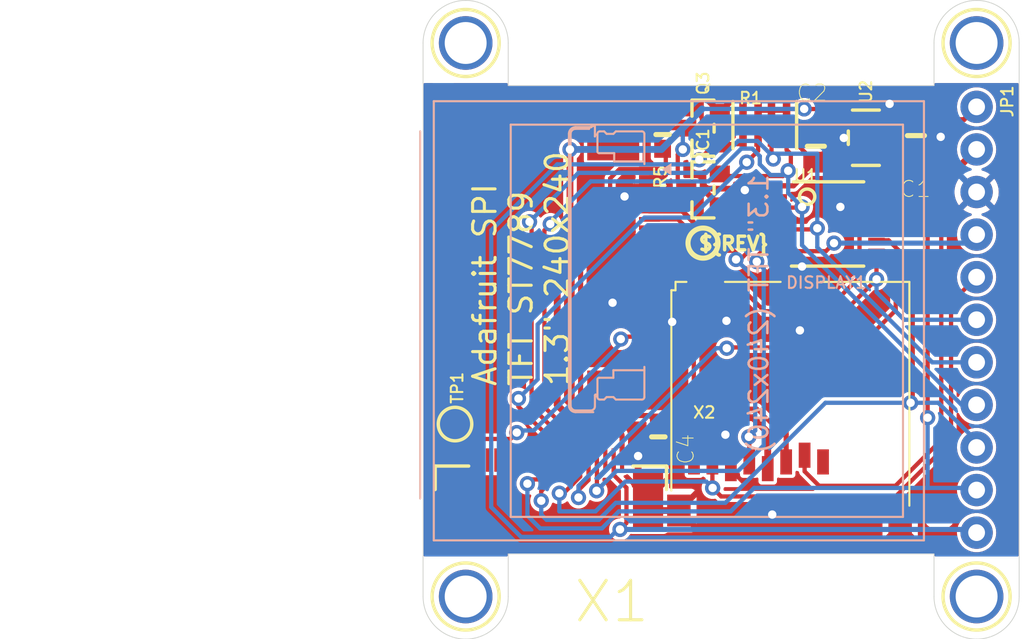
<source format=kicad_pcb>
(kicad_pcb (version 20221018) (generator pcbnew)
  (layers (0 "F.Cu" signal) (1 "In1.Cu" signal) (2 "In2.Cu" signal) (3 "In3.Cu" signal) (4 "In4.Cu" signal) (5 "In5.Cu" signal) (6 "In6.Cu" signal) (7 "In7.Cu" signal) (8 "In8.Cu" signal) (9 "In9.Cu" signal) (10 "In10.Cu" signal) (11 "In11.Cu" signal) (12 "In12.Cu" signal) (13 "In13.Cu" signal) (14 "In14.Cu" signal) (31 "B.Cu" signal) (34 "B.Paste" user) (35 "F.Paste" user) (36 "B.SilkS" user "B.Silkscreen") (37 "F.SilkS" user "F.Silkscreen") (38 "B.Mask" user) (39 "F.Mask" user) (44 "Edge.Cuts" user))
  (net 0 "")
  (net 1 "GND")
  (net 2 "SCK")
  (net 3 "SCK_3V")
  (net 4 "MOSI")
  (net 5 "MOSI_3V")
  (net 6 "MISO")
  (net 7 "+3V3")
  (net 8 "CARDCS")
  (net 9 "CARDCS_3V")
  (net 10 "LEDK")
  (net 11 "BACKLIGHT")
  (net 12 "TFTDC")
  (net 13 "TFTDC_3V")
  (net 14 "TFTCS_3V")
  (net 15 "TFTCS")
  (net 16 "RESET")
  (net 17 "VIN")
  (net 18 "RESET_3V")
  (net 19 "N$1")
  (net 20 "TE")
  (footprint "working:SOT23-WIDE" (layer "F.Cu") (at 147.4216 93.5736 90)
    (fp_text reference "Q3")
    (fp_text value "BSS138")
  )
  (footprint "working:SOT23-5" (layer "F.Cu") (at 157.1371 94.1451 90)
    (fp_text reference "U2")
    (fp_text value "AP2127K-3.3")
  )
  (footprint "working:MOUNTINGHOLE_2.5_PLATED" (layer "F.Cu") (at 133.2611 88.4936)
    (fp_text reference "U$7" hide)
    (fp_text value "MOUNTINGHOLE2.5" hide)
  )
  (footprint "working:PLABEL1" (layer "F.Cu") (at 160.0581 110.5281)
    (fp_text reference "PLABEL1" hide)
    (fp_text value "" hide)
  )
  (footprint "working:FIDUCIAL_1MM" (layer "F.Cu") (at 161.5186 116.5606)
    (fp_text reference "U$5" hide)
    (fp_text value "FIDUCIAL" hide)
  )
  (footprint "working:0603-NO" (layer "F.Cu") (at 144.7546 111.9886 -90)
    (fp_text reference "C4")
    (fp_text value "0.1uF")
  )
  (footprint "working:PLABEL8" (layer "F.Cu") (at 160.6296 118.6561)
    (fp_text reference "PLABEL8" hide)
    (fp_text value "" hide)
  )
  (footprint "working:MOUNTINGHOLE_2.5_PLATED" (layer "F.Cu") (at 163.7411 121.5136)
    (fp_text reference "U$10" hide)
    (fp_text value "MOUNTINGHOLE2.5" hide)
  )
  (footprint "working:TFT_1.3IN_240X240_24P" (layer "F.Cu") (at 143.6116 101.7651 -90)
    (fp_text reference "DISPLAY1")
    (fp_text value "DISP_LCD_ST7789_1.3IN" hide)
  )
  (footprint "working:PLABEL5" (layer "F.Cu") (at 162.4711 106.5911 90)
    (fp_text reference "PLABEL5" hide)
    (fp_text value "" hide)
  )
  (footprint "working:RESPACK_4X0603" (layer "F.Cu") (at 151.1046 93.3831)
    (fp_text reference "R1")
    (fp_text value "10K pack")
  )
  (footprint "working:SOT23-WIDE" (layer "F.Cu") (at 147.4216 97.2566 90)
    (fp_text reference "IC1")
    (fp_text value "RESET_SUPERVISORAPX80X_SA")
  )
  (footprint "working:TESTPOINT_ROUND_1.5MM" (layer "F.Cu") (at 132.6261 111.2266 90)
    (fp_text reference "TP1")
    (fp_text value "")
  )
  (footprint "working:0805-NO" (layer "F.Cu") (at 160.1216 94.0181 -90)
    (fp_text reference "C1")
    (fp_text value "10uF")
  )
  (footprint "working:PLABEL0" (layer "F.Cu") (at 160.5026 92.3036)
    (fp_text reference "PLABEL0" hide)
    (fp_text value "" hide)
  )
  (footprint "working:PLABEL11" (layer "F.Cu") (at 132.3721 112.9411)
    (fp_text reference "PLABEL11" hide)
    (fp_text value "" hide)
  )
  (footprint "working:PLABEL3" (layer "F.Cu") (at 159.9946 115.4811)
    (fp_text reference "PLABEL3" hide)
    (fp_text value "" hide)
  )
  (footprint "working:MICROSD" (layer "F.Cu") (at 152.8191 110.3376)
    (fp_text reference "X2")
    (fp_text value "MicroSD")
  )
  (footprint "working:TSSOP16" (layer "F.Cu") (at 154.8511 99.2886 -90)
    (fp_text reference "U1")
    (fp_text value "74HC4050")
  )
  (footprint "working:PLABEL6" (layer "F.Cu") (at 159.9311 100.3681)
    (fp_text reference "PLABEL6" hide)
    (fp_text value "" hide)
  )
  (footprint "working:0805-NO" (layer "F.Cu") (at 154.1526 94.6531 90)
    (fp_text reference "C2")
    (fp_text value "10uF")
  )
  (footprint "working:FIDUCIAL_1MM" (layer "F.Cu") (at 131.9276 91.7956)
    (fp_text reference "U$4" hide)
    (fp_text value "FIDUCIAL" hide)
  )
  (footprint "working:PLABEL13" (layer "F.Cu") (at 136.6901 111.6711)
    (fp_text reference "PLABEL13" hide)
    (fp_text value "" hide)
  )
  (footprint "working:1X11_ROUND_76" (layer "F.Cu") (at 163.7411 105.0036 -90)
    (fp_text reference "JP1")
    (fp_text value "")
  )
  (footprint "working:MOUNTINGHOLE_2.5_PLATED" (layer "F.Cu") (at 163.7411 88.4936)
    (fp_text reference "U$9" hide)
    (fp_text value "MOUNTINGHOLE2.5" hide)
  )
  (footprint "working:PLABEL9" (layer "F.Cu") (at 159.6771 97.8281)
    (fp_text reference "PLABEL9" hide)
    (fp_text value "" hide)
  )
  (footprint "working:PLABEL2" (layer "F.Cu") (at 159.8041 113.1951)
    (fp_text reference "PLABEL2" hide)
    (fp_text value "" hide)
  )
  (footprint "working:PLABEL10" (layer "F.Cu") (at 162.4711 96.1136 90)
    (fp_text reference "PLABEL10" hide)
    (fp_text value "" hide)
  )
  (footprint "working:EYE_SPI_DISPLAY_BOTCONTACT" (layer "F.Cu") (at 138.3411 114.5286)
    (fp_text reference "X1")
    (fp_text value "EYE_SPI_DISPLAY_FLIP")
  )
  (footprint "working:PLABEL4" (layer "F.Cu") (at 159.9311 108.0516)
    (fp_text reference "PLABEL4" hide)
    (fp_text value "" hide)
  )
  (footprint "working:MOUNTINGHOLE_2.5_PLATED" (layer "F.Cu") (at 133.2611 121.5136)
    (fp_text reference "U$8" hide)
    (fp_text value "MOUNTINGHOLE2.5" hide)
  )
  (footprint "working:PLABEL7" (layer "F.Cu") (at 159.9946 102.9716)
    (fp_text reference "PLABEL7" hide)
    (fp_text value "" hide)
  )
  (footprint "working:PCBFEAT-REV-040" (layer "F.Cu") (at 147.4216 100.4316)
    (fp_text reference "U$2" hide)
    (fp_text value "" hide)
  )
  (footprint "working:0603-NO" (layer "F.Cu") (at 145.0086 93.9546 -90)
    (fp_text reference "R5")
    (fp_text value "10")
  )
  (footprint "working:PLABEL20" (layer "B.Cu") (at 165.4556 108.9406 90)
    (fp_text reference "PLABEL20" hide)
    (fp_text value "" hide)
  )
  (footprint "working:PLABEL16" (layer "B.Cu") (at 165.4556 99.0346 90)
    (fp_text reference "PLABEL16" hide)
    (fp_text value "" hide)
  )
  (footprint "working:PLABEL22" (layer "B.Cu") (at 165.5826 113.9571 90)
    (fp_text reference "PLABEL22" hide)
    (fp_text value "" hide)
  )
  (footprint "working:PLABEL15" (layer "B.Cu") (at 162.2806 96.1771 90)
    (fp_text reference "PLABEL15" hide)
    (fp_text value "" hide)
  )
  (footprint "working:PLABEL19" (layer "B.Cu") (at 161.9631 105.6386 90)
    (fp_text reference "PLABEL19" hide)
    (fp_text value "" hide)
  )
  (footprint "working:PLABEL17" (layer "B.Cu") (at 162.0266 101.4476 90)
    (fp_text reference "PLABEL17" hide)
    (fp_text value "" hide)
  )
  (footprint "working:PLABEL18" (layer "B.Cu") (at 165.4556 103.4161 90)
    (fp_text reference "PLABEL18" hide)
    (fp_text value "" hide)
  )
  (footprint "working:PLABEL14" (layer "B.Cu") (at 165.4556 93.5736 90)
    (fp_text reference "PLABEL14" hide)
    (fp_text value "" hide)
  )
  (footprint "working:PLABEL23" (layer "B.Cu") (at 161.8361 116.7511 90)
    (fp_text reference "PLABEL23" hide)
    (fp_text value "" hide)
  )
  (footprint "working:PLABEL21" (layer "B.Cu") (at 162.0266 111.3536 90)
    (fp_text reference "PLABEL21" hide)
    (fp_text value "" hide)
  )
  (footprint "working:PLABEL24" (layer "B.Cu") (at 165.5191 119.1006 90)
    (fp_text reference "PLABEL24" hide)
    (fp_text value "" hide)
  )
  (gr_line (start 135.8011 118.9736) (end 161.2011 118.9736) (stroke (width 0.05)) (layer "Edge.Cuts"))
  (gr_arc (start 135.8011 121.5136) (mid 135.057151 123.309651) (end 133.2611 124.0536) (stroke (width 0.05)) (layer "Edge.Cuts"))
  (gr_arc (start 130.7211 88.4936) (mid 131.465049 86.697549) (end 133.2611 85.9536) (stroke (width 0.05)) (layer "Edge.Cuts"))
  (gr_line (start 161.2011 91.0336) (end 135.8011 91.0336) (stroke (width 0.05)) (layer "Edge.Cuts"))
  (gr_line (start 161.2011 118.9736) (end 161.2011 121.5136) (stroke (width 0.05)) (layer "Edge.Cuts"))
  (gr_arc (start 161.2011 88.4936) (mid 161.945049 86.697549) (end 163.7411 85.9536) (stroke (width 0.05)) (layer "Edge.Cuts"))
  (gr_arc (start 133.2611 85.9536) (mid 135.057151 86.697549) (end 135.8011 88.4936) (stroke (width 0.05)) (layer "Edge.Cuts"))
  (gr_line (start 166.2811 121.5136) (end 166.2811 88.4936) (stroke (width 0.05)) (layer "Edge.Cuts"))
  (gr_line (start 130.7211 88.4936) (end 130.7211 121.5136) (stroke (width 0.05)) (layer "Edge.Cuts"))
  (gr_arc (start 163.7411 124.0536) (mid 161.945049 123.309651) (end 161.2011 121.5136) (stroke (width 0.05)) (layer "Edge.Cuts"))
  (gr_arc (start 166.2811 121.5136) (mid 165.537151 123.309651) (end 163.7411 124.0536) (stroke (width 0.05)) (layer "Edge.Cuts"))
  (gr_line (start 161.2011 88.4936) (end 161.2011 91.0336) (stroke (width 0.05)) (layer "Edge.Cuts"))
  (gr_arc (start 163.7411 85.9536) (mid 165.537151 86.697549) (end 166.2811 88.4936) (stroke (width 0.05)) (layer "Edge.Cuts"))
  (gr_line (start 135.8011 121.5136) (end 135.8011 118.9736) (stroke (width 0.05)) (layer "Edge.Cuts"))
  (gr_line (start 135.8011 91.0336) (end 135.8011 88.4936) (stroke (width 0.05)) (layer "Edge.Cuts"))
  (gr_arc (start 133.2611 124.0536) (mid 131.465049 123.309651) (end 130.7211 121.5136) (stroke (width 0.05)) (layer "Edge.Cuts"))
  (gr_text "Adafruit SPI\nTFT ST7789\n1.3\" 240x240\n" (at 136.5631 109.0676 90) (layer "F.SilkS") (effects (font (size 1.34112 1.34112) (thickness 0.18288)) (justify left)))
  (segment (start 143.5481 113.1316) (end 143.5481 115.4686) (width 0.4064) (layer "F.Cu") (net 1))
  (segment (start 141.0081 105.0036) (end 142.0241 103.9876) (width 0.3048) (layer "F.Cu") (net 1))
  (segment (start 144.1411 115.6806) (end 144.1411 116.3846) (width 0.4064) (layer "F.Cu") (net 1))
  (segment (start 142.7393 97.5858) (end 142.7393 97.6493) (width 0.254) (layer "F.Cu") (net 1))
  (segment (start 141.0081 105.0036) (end 141.0081 107.0151) (width 0.3048) (layer "F.Cu") (net 1))
  (segment (start 144.1411 115.6806) (end 143.7601 115.6806) (width 0.4064) (layer "F.Cu") (net 1))
  (segment (start 144.2276 104.5151) (end 142.5516 104.5151) (width 0.254) (layer "F.Cu") (net 1))
  (segment (start 145.4531 105.1306) (end 145.4531 107.0151) (width 0.254) (layer "F.Cu") (net 1))
  (segment (start 144.2276 105.0151) (end 144.2276 105.5151) (width 0.254) (layer "F.Cu") (net 1))
  (segment (start 144.2276 107.0151) (end 145.4531 107.0151) (width 0.3048) (layer "F.Cu") (net 1))
  (segment (start 159.8651 94.9681) (end 159.0421 94.1451) (width 0.4064) (layer "F.Cu") (net 1))
  (segment (start 143.31 97.0151) (end 142.7393 97.5858) (width 0.254) (layer "F.Cu") (net 1))
  (segment (start 143.7601 115.6806) (end 143.5481 115.4686) (width 0.4064) (layer "F.Cu") (net 1))
  (segment (start 145.9801 116.3846) (end 144.1411 116.3846) (width 0.4064) (layer "F.Cu") (net 1))
  (segment (start 159.0421 94.1451) (end 158.4372 94.1451) (width 0.4064) (layer "F.Cu") (net 1))
  (segment (start 159.8651 94.9681) (end 160.1216 94.9681) (width 0.4064) (layer "F.Cu") (net 1))
  (segment (start 142.0241 103.9876) (end 142.5516 104.5151) (width 0.254) (layer "F.Cu") (net 1))
  (segment (start 144.2276 107.0151) (end 141.0081 107.0151) (width 0.3048) (layer "F.Cu") (net 1))
  (segment (start 144.2276 97.0151) (end 143.31 97.0151) (width 0.254) (layer "F.Cu") (net 1))
  (via (at 143.5481 113.1316) (size 0.9064) (drill 0.5) (layers "F.Cu" "B.Cu") (net 1))
  (via (at 145.5801 105.1306) (size 0.9064) (drill 0.5) (layers "F.Cu" "B.Cu") (net 1))
  (via (at 148.8186 105.0671) (size 0.9064) (drill 0.5) (layers "F.Cu" "B.Cu") (net 1))
  (via (at 148.7551 111.8616) (size 0.9064) (drill 0.5) (layers "F.Cu" "B.Cu") (net 1))
  (via (at 151.5491 116.6241) (size 0.9064) (drill 0.5) (layers "F.Cu" "B.Cu") (net 1))
  (via (at 153.3271 101.8286) (size 0.9064) (drill 0.5) (layers "F.Cu" "B.Cu") (net 1))
  (via (at 149.9148 97.2683) (size 0.9064) (drill 0.5) (layers "F.Cu" "B.Cu") (net 1))
  (via (at 142.7393 97.6493) (size 0.9064) (drill 0.5) (layers "F.Cu" "B.Cu") (net 1))
  (via (at 161.5988 94.0933) (size 0.9064) (drill 0.5) (layers "F.Cu" "B.Cu") (net 1))
  (via (at 158.5508 92.1248) (size 0.9064) (drill 0.5) (layers "F.Cu" "B.Cu") (net 1))
  (via (at 155.8203 94.1568) (size 0.9064) (drill 0.5) (layers "F.Cu" "B.Cu") (net 1))
  (via (at 153.2001 105.6386) (size 0.9064) (drill 0.5) (layers "F.Cu" "B.Cu") (net 1))
  (via (at 155.6131 98.2726) (size 0.9064) (drill 0.5) (layers "F.Cu" "B.Cu") (net 1))
  (via (at 142.0241 103.9876) (size 0.9064) (drill 0.5) (layers "F.Cu" "B.Cu") (net 1))
  (segment (start 150.5331 101.3206) (end 150.5331 101.4417) (width 0.254) (layer "F.Cu") (net 2))
  (segment (start 150.9401 100.9136) (end 150.5331 101.3206) (width 0.254) (layer "F.Cu") (net 2))
  (segment (start 141.0911 113.3746) (end 141.0911 115.1862) (width 0.254) (layer "F.Cu") (net 2))
  (segment (start 141.0911 115.1862) (end 141.0716 115.2057) (width 0.254) (layer "F.Cu") (net 2))
  (segment (start 154.7501 100.9136) (end 155.2321 100.4316) (width 0.254) (layer "F.Cu") (net 2))
  (segment (start 151.9333 100.9136) (end 154.7501 100.9136) (width 0.254) (layer "F.Cu") (net 2))
  (segment (start 150.5331 101.4417) (end 150.6266 101.5352) (width 0.254) (layer "F.Cu") (net 2))
  (segment (start 151.9333 100.9136) (end 150.9401 100.9136) (width 0.254) (layer "F.Cu") (net 2))
  (via (at 141.0716 115.2057) (size 0.9064) (drill 0.5) (layers "F.Cu" "B.Cu") (net 2))
  (via (at 155.2321 100.4316) (size 0.9064) (drill 0.5) (layers "F.Cu" "B.Cu") (net 2))
  (via (at 150.6266 101.5352) (size 0.9064) (drill 0.5) (layers "F.Cu" "B.Cu") (net 2))
  (segment (start 149.5171 114.0206) (end 142.2567 114.0206) (width 0.254) (layer "B.Cu") (net 2))
  (segment (start 150.6266 101.5352) (end 151.0411 101.9497) (width 0.254) (layer "B.Cu") (net 2))
  (segment (start 163.2331 100.4316) (end 163.7411 99.9236) (width 0.3048) (layer "B.Cu") (net 2))
  (segment (start 151.0411 101.9497) (end 151.0411 112.4966) (width 0.254) (layer "B.Cu") (net 2))
  (segment (start 151.0411 112.4966) (end 149.5171 114.0206) (width 0.254) (layer "B.Cu") (net 2))
  (segment (start 155.2321 100.4316) (end 163.2331 100.4316) (width 0.3048) (layer "B.Cu") (net 2))
  (segment (start 141.0716 115.2057) (end 142.2567 114.0206) (width 0.254) (layer "B.Cu") (net 2))
  (segment (start 149.3901 101.0256) (end 149.2518 100.8873) (width 0.254) (layer "F.Cu") (net 3))
  (segment (start 149.3901 101.4066) (end 149.3901 101.0256) (width 0.254) (layer "F.Cu") (net 3))
  (segment (start 145.5466 100.0151) (end 146.4188 100.8873) (width 0.254) (layer "F.Cu") (net 3))
  (segment (start 150.1801 113.4846) (end 150.1801 112.0166) (width 0.254) (layer "F.Cu") (net 3))
  (segment (start 150.1801 112.0166) (end 150.1521 111.9886) (width 0.3048) (layer "F.Cu") (net 3))
  (segment (start 150.7903 100.2636) (end 149.6473 101.4066) (width 0.254) (layer "F.Cu") (net 3))
  (segment (start 146.4188 100.8873) (end 149.2518 100.8873) (width 0.254) (layer "F.Cu") (net 3))
  (segment (start 149.3901 101.4066) (end 149.6473 101.4066) (width 0.254) (layer "F.Cu") (net 3))
  (segment (start 144.2276 100.0151) (end 145.5466 100.0151) (width 0.254) (layer "F.Cu") (net 3))
  (segment (start 150.7903 100.2636) (end 151.9333 100.2636) (width 0.254) (layer "F.Cu") (net 3))
  (via (at 150.1521 111.9886) (size 0.9064) (drill 0.5) (layers "F.Cu" "B.Cu") (net 3))
  (via (at 149.3901 101.4066) (size 0.9064) (drill 0.5) (layers "F.Cu" "B.Cu") (net 3))
  (segment (start 149.3901 101.4066) (end 150.5331 102.5496) (width 0.254) (layer "B.Cu") (net 3))
  (segment (start 150.1521 111.9886) (end 150.5331 111.6076) (width 0.254) (layer "B.Cu") (net 3))
  (segment (start 150.5331 102.5496) (end 150.5331 111.6076) (width 0.254) (layer "B.Cu") (net 3))
  (segment (start 157.7721 102.4636) (end 157.7689 102.4604) (width 0.3048) (layer "F.Cu") (net 4))
  (segment (start 153.7081 106.6546) (end 148.8821 106.6546) (width 0.254) (layer "F.Cu") (net 4))
  (segment (start 157.7721 102.5906) (end 153.7081 106.6546) (width 0.254) (layer "F.Cu") (net 4))
  (segment (start 140.5911 113.3746) (end 140.5911 114.5646) (width 0.254) (layer "F.Cu") (net 4))
  (segment (start 140.5911 114.5646) (end 139.9921 115.1636) (width 0.254) (layer "F.Cu") (net 4))
  (segment (start 157.7721 102.4636) (end 157.7721 102.5906) (width 0.3048) (layer "F.Cu") (net 4))
  (segment (start 157.7689 101.5636) (end 157.7689 102.4604) (width 0.254) (layer "F.Cu") (net 4))
  (segment (start 139.9921 115.1636) (end 139.9921 115.6081) (width 0.254) (layer "F.Cu") (net 4))
  (segment (start 148.83555 106.70115) (end 148.8821 106.6546) (width 0.254) (layer "F.Cu") (net 4))
  (via (at 139.9921 115.6081) (size 0.9064) (drill 0.5) (layers "F.Cu" "B.Cu") (net 4))
  (via (at 148.83555 106.70115) (size 0.9064) (drill 0.5) (layers "F.Cu" "B.Cu") (net 4))
  (via (at 157.7721 102.5906) (size 0.9064) (drill 0.5) (layers "F.Cu" "B.Cu") (net 4))
  (segment (start 157.7721 103.3526) (end 159.4231 105.0036) (width 0.254) (layer "B.Cu") (net 4))
  (segment (start 148.20055 106.70115) (end 139.9921 114.9096) (width 0.254) (layer "B.Cu") (net 4))
  (segment (start 148.83555 106.70115) (end 148.20055 106.70115) (width 0.254) (layer "B.Cu") (net 4))
  (segment (start 159.4231 105.0036) (end 163.7411 105.0036) (width 0.254) (layer "B.Cu") (net 4))
  (segment (start 157.7721 102.5906) (end 157.7721 103.3526) (width 0.254) (layer "B.Cu") (net 4))
  (segment (start 139.9921 115.6081) (end 139.9921 114.9096) (width 0.254) (layer "B.Cu") (net 4))
  (segment (start 158.9151 104.4376) (end 152.3801 110.9726) (width 0.254) (layer "F.Cu") (net 5))
  (segment (start 146.8715 109.851) (end 147.3327 110.3122) (width 0.254) (layer "F.Cu") (net 5))
  (segment (start 152.3801 111.8616) (end 152.3801 110.9726) (width 0.3048) (layer "F.Cu") (net 5))
  (segment (start 147.3327 110.3122) (end 150.627043 110.3122) (width 0.254) (layer "F.Cu") (net 5))
  (segment (start 152.3801 113.4846) (end 152.3801 111.8616) (width 0.3048) (layer "F.Cu") (net 5))
  (segment (start 152.176443 111.8616) (end 152.3801 111.8616) (width 0.254) (layer "F.Cu") (net 5))
  (segment (start 146.3499 102.448063) (end 146.3499 104.6655) (width 0.254) (layer "F.Cu") (net 5))
  (segment (start 158.2541 100.9136) (end 157.7689 100.9136) (width 0.254) (layer "F.Cu") (net 5))
  (segment (start 158.915096 101.574597) (end 158.915096 104.437597) (width 0.254) (layer "F.Cu") (net 5))
  (segment (start 146.3499 104.6655) (end 146.8715 105.1871) (width 0.254) (layer "F.Cu") (net 5))
  (segment (start 144.2276 101.5151) (end 145.416937 101.5151) (width 0.254) (layer "F.Cu") (net 5))
  (segment (start 158.915096 104.437597) (end 158.9151 104.4376) (width 0.254) (layer "F.Cu") (net 5))
  (segment (start 150.627043 110.3122) (end 152.176443 111.8616) (width 0.254) (layer "F.Cu") (net 5))
  (segment (start 145.416937 101.5151) (end 146.3499 102.448063) (width 0.254) (layer "F.Cu") (net 5))
  (segment (start 158.2541 100.9136) (end 158.915096 101.574597) (width 0.254) (layer "F.Cu") (net 5))
  (segment (start 146.8715 105.1871) (end 146.8715 109.851) (width 0.254) (layer "F.Cu") (net 5))
  (segment (start 162.2171 112.2426) (end 162.2171 103.9876) (width 0.254) (layer "F.Cu") (net 6))
  (segment (start 147.9801 113.4846) (end 147.9801 115.0236) (width 0.254) (layer "F.Cu") (net 6))
  (segment (start 139.1031 115.3541) (end 138.8491 115.3541) (width 0.254) (layer "F.Cu") (net 6))
  (segment (start 148.5011 115.5446) (end 147.9931 115.0366) (width 0.254) (layer "F.Cu") (net 6))
  (segment (start 163.7411 102.4636) (end 162.2171 103.9876) (width 0.254) (layer "F.Cu") (net 6))
  (segment (start 140.0911 114.3661) (end 139.1031 115.3541) (width 0.254) (layer "F.Cu") (net 6))
  (segment (start 147.9931 115.0366) (end 147.9801 115.0236) (width 0.254) (layer "F.Cu") (net 6))
  (segment (start 148.5011 115.5446) (end 158.9151 115.5446) (width 0.254) (layer "F.Cu") (net 6))
  (segment (start 140.0911 113.3746) (end 140.0911 114.3661) (width 0.254) (layer "F.Cu") (net 6))
  (segment (start 158.9151 115.5446) (end 162.2171 112.2426) (width 0.254) (layer "F.Cu") (net 6))
  (via (at 138.8491 115.3541) (size 0.9064) (drill 0.5) (layers "F.Cu" "B.Cu") (net 6))
  (via (at 147.9931 115.0366) (size 0.9064) (drill 0.5) (layers "F.Cu" "B.Cu") (net 6))
  (segment (start 147.9931 115.0366) (end 147.6121 114.6556) (width 0.254) (layer "B.Cu") (net 6))
  (segment (start 142.7861 114.6556) (end 141.0081 116.4336) (width 0.254) (layer "B.Cu") (net 6))
  (segment (start 147.6121 114.6556) (end 142.7861 114.6556) (width 0.254) (layer "B.Cu") (net 6))
  (segment (start 138.8491 116.4336) (end 138.8491 115.3541) (width 0.254) (layer "B.Cu") (net 6))
  (segment (start 141.0081 116.4336) (end 138.8491 116.4336) (width 0.254) (layer "B.Cu") (net 6))
  (segment (start 156.919 96.1771) (end 155.837 95.0951) (width 0.4064) (layer "F.Cu") (net 7))
  (segment (start 147.0836 99.4171) (end 149.5156 99.4171) (width 0.3048) (layer "F.Cu") (net 7))
  (segment (start 154.1526 95.6031) (end 154.0891 95.6031) (width 0.254) (layer "F.Cu") (net 7))
  (segment (start 142.4401 96.0151) (end 141.8796 96.5756) (width 0.254) (layer "F.Cu") (net 7))
  (segment (start 151.2801 111.7196) (end 151.2801 113.8846) (width 0.4064) (layer "F.Cu") (net 7))
  (segment (start 151.309125 97.0136) (end 151.9269 97.0136) (width 0.3048) (layer "F.Cu") (net 7))
  (segment (start 150.6252 97.697525) (end 151.309125 97.0136) (width 0.3048) (layer "F.Cu") (net 7))
  (segment (start 140.1191 100.5586) (end 140.1191 110.584994) (width 0.3048) (layer "F.Cu") (net 7))
  (segment (start 150.4061 110.8456) (end 151.2801 111.7196) (width 0.4064) (layer "F.Cu") (net 7))
  (segment (start 141.8796 98.7981) (end 140.1191 100.5586) (width 0.3048) (layer "F.Cu") (net 7))
  (segment (start 163.7411 94.8436) (end 162.4076 96.1771) (width 0.4064) (layer "F.Cu") (net 7))
  (segment (start 154.6606 95.0951) (end 154.1526 95.6031) (width 0.4064) (layer "F.Cu") (net 7))
  (segment (start 152.760075 93.3831) (end 153.009615 93.632641) (width 0.254) (layer "F.Cu") (net 7))
  (segment (start 140.1191 110.584994) (end 140.252706 110.7186) (width 0.3048) (layer "F.Cu") (net 7))
  (segment (start 146.1816 98.5151) (end 147.0836 99.4171) (width 0.3048) (layer "F.Cu") (net 7))
  (segment (start 144.7546 111.1386) (end 144.7546 111.2266) (width 0.254) (layer "F.Cu") (net 7))
  (segment (start 144.7546 111.2266) (end 144.8181 111.1631) (width 0.254) (layer "F.Cu") (net 7))
  (segment (start 151.9333 97.0136) (end 152.8159 97.0136) (width 0.3048) (layer "F.Cu") (net 7))
  (segment (start 141.966496 98.5151) (end 141.954996 98.5266) (width 0.254) (layer "F.Cu") (net 7))
  (segment (start 152.760075 93.3831) (end 150.4061 93.3831) (width 0.254) (layer "F.Cu") (net 7))
  (segment (start 140.252706 110.7186) (end 144.2466 110.7186) (width 0.3048) (layer "F.Cu") (net 7))
  (segment (start 153.009615 94.523547) (end 153.009581 94.523582) (width 0.254) (layer "F.Cu") (net 7))
  (segment (start 141.8796 98.5266) (end 141.8796 98.7981) (width 0.254) (layer "F.Cu") (net 7))
  (segment (start 150.4061 93.3831) (end 149.8046 92.7816) (width 0.254) (layer "F.Cu") (net 7))
  (segment (start 149.5156 99.4171) (end 150.6252 98.3075) (width 0.3048) (layer "F.Cu") (net 7))
  (segment (start 145.1356 110.8456) (end 150.4061 110.8456) (width 0.4064) (layer "F.Cu") (net 7))
  (segment (start 144.2276 98.5151) (end 141.966496 98.5151) (width 0.254) (layer "F.Cu") (net 7))
  (segment (start 154.1526 95.6769) (end 152.8159 97.0136) (width 0.3048) (layer "F.Cu") (net 7))
  (segment (start 144.2276 98.5151) (end 144.2276 98.0151) (width 0.3048) (layer "F.Cu") (net 7))
  (segment (start 154.1526 95.6031) (end 154.1526 95.6769) (width 0.3048) (layer "F.Cu") (net 7))
  (segment (start 153.009615 93.632641) (end 153.009615 94.523547) (width 0.254) (layer "F.Cu") (net 7))
  (segment (start 141.8796 98.5266) (end 141.954996 98.5266) (width 0.254) (layer "F.Cu") (net 7))
  (segment (start 150.6252 98.3075) (end 150.6252 97.697525) (width 0.3048) (layer "F.Cu") (net 7))
  (segment (start 145.1356 110.8456) (end 144.8181 111.1631) (width 0.4064) (layer "F.Cu") (net 7))
  (segment (start 144.2466 110.7186) (end 144.7546 111.2266) (width 0.3048) (layer "F.Cu") (net 7))
  (segment (start 153.009581 94.523582) (end 154.0891 95.6031) (width 0.254) (layer "F.Cu") (net 7))
  (segment (start 155.837 95.0951) (end 154.6606 95.0951) (width 0.4064) (layer "F.Cu") (net 7))
  (segment (start 162.4076 96.1771) (end 156.919 96.1771) (width 0.4064) (layer "F.Cu") (net 7))
  (segment (start 144.2276 98.5151) (end 146.1816 98.5151) (width 0.3048) (layer "F.Cu") (net 7))
  (segment (start 149.8046 92.7816) (end 149.8046 92.5331) (width 0.254) (layer "F.Cu") (net 7))
  (segment (start 144.2276 96.0151) (end 142.4401 96.0151) (width 0.254) (layer "F.Cu") (net 7))
  (segment (start 141.8796 96.5756) (end 141.8796 98.5266) (width 0.254) (layer "F.Cu") (net 7))
  (segment (start 151.9269 97.0136) (end 151.9301 97.0104) (width 0.3048) (layer "F.Cu") (net 7))
  (segment (start 144.2276 98.0151) (end 144.2276 97.5151) (width 0.3048) (layer "F.Cu") (net 7))
  (segment (start 151.9301 97.0104) (end 151.9333 97.0136) (width 0.3048) (layer "F.Cu") (net 7))
  (segment (start 160.0991 98.3136) (end 160.820096 99.034597) (width 0.254) (layer "F.Cu") (net 8))
  (segment (start 136.9441 114.7826) (end 137.1981 114.5286) (width 0.254) (layer "F.Cu") (net 8))
  (segment (start 160.81969 110.4646) (end 160.81969 110.84601) (width 0.254) (layer "F.Cu") (net 8))
  (segment (start 138.0911 113.3746) (end 138.0911 114.2001) (width 0.254) (layer "F.Cu") (net 8))
  (segment (start 138.0911 113.3746) (end 138.0911 111.870182) (width 0.254) (layer "F.Cu") (net 8))
  (segment (start 136.4107 109.7026) (end 136.4107 110.189782) (width 0.254) (layer "F.Cu") (net 8))
  (segment (start 138.0911 114.2001) (end 137.7626 114.5286) (width 0.254) (layer "F.Cu") (net 8))
  (segment (start 150.7046 94.9261) (end 150.0251 95.6056) (width 0.254) (layer "F.Cu") (net 8))
  (segment (start 160.820096 110.464194) (end 160.81969 110.4646) (width 0.254) (layer "F.Cu") (net 8))
  (segment (start 160.820096 99.034597) (end 160.820096 110.464194) (width 0.254) (layer "F.Cu") (net 8))
  (segment (start 150.7046 94.2331) (end 150.7046 94.9261) (width 0.254) (layer "F.Cu") (net 8))
  (segment (start 157.7689 98.3136) (end 160.0991 98.3136) (width 0.254) (layer "F.Cu") (net 8))
  (segment (start 138.0911 111.870182) (end 136.4107 110.189782) (width 0.254) (layer "F.Cu") (net 8))
  (segment (start 137.7626 114.5286) (end 137.1981 114.5286) (width 0.254) (layer "F.Cu") (net 8))
  (via (at 160.81969 110.84601) (size 0.9064) (drill 0.5) (layers "F.Cu" "B.Cu") (net 8))
  (via (at 136.9441 114.7826) (size 0.9064) (drill 0.5) (layers "F.Cu" "B.Cu") (net 8))
  (via (at 136.4107 109.7026) (size 0.9064) (drill 0.5) (layers "F.Cu" "B.Cu") (net 8))
  (via (at 150.0251 95.6056) (size 0.9064) (drill 0.5) (layers "F.Cu" "B.Cu") (net 8))
  (segment (start 137.7061 117.4496) (end 136.9441 116.6876) (width 0.254) (layer "B.Cu") (net 8))
  (segment (start 160.81969 115.036191) (end 160.8201 115.0366) (width 0.254) (layer "B.Cu") (net 8))
  (segment (start 160.8201 115.0366) (end 163.6141 115.0366) (width 0.254) (layer "B.Cu") (net 8))
  (segment (start 146.7231 98.9076) (end 143.9291 98.9076) (width 0.254) (layer "B.Cu") (net 8))
  (segment (start 136.9441 114.7826) (end 136.9441 116.6876) (width 0.254) (layer "B.Cu") (net 8))
  (segment (start 141.3891 117.4496) (end 137.7061 117.4496) (width 0.254) (layer "B.Cu") (net 8))
  (segment (start 137.5537 105.283) (end 137.5537 108.5596) (width 0.254) (layer "B.Cu") (net 8))
  (segment (start 149.0726 116.4336) (end 142.4051 116.4336) (width 0.254) (layer "B.Cu") (net 8))
  (segment (start 143.9291 98.9076) (end 137.5537 105.283) (width 0.254) (layer "B.Cu") (net 8))
  (segment (start 142.4051 116.4336) (end 141.3891 117.4496) (width 0.254) (layer "B.Cu") (net 8))
  (segment (start 163.6141 115.0366) (end 163.7411 115.1636) (width 0.254) (layer "B.Cu") (net 8))
  (segment (start 149.0726 116.4336) (end 150.4696 115.0366) (width 0.254) (layer "B.Cu") (net 8))
  (segment (start 136.4107 109.7026) (end 137.5537 108.5596) (width 0.254) (layer "B.Cu") (net 8))
  (segment (start 150.0251 95.6056) (end 146.7231 98.9076) (width 0.254) (layer "B.Cu") (net 8))
  (segment (start 160.81969 110.84601) (end 160.81969 115.036191) (width 0.254) (layer "B.Cu") (net 8))
  (segment (start 150.4696 115.0366) (end 160.8201 115.0366) (width 0.254) (layer "B.Cu") (net 8))
  (segment (start 153.4801 113.0846) (end 153.4801 114.0466) (width 0.254) (layer "F.Cu") (net 9))
  (segment (start 153.4801 114.0466) (end 154.3431 114.9096) (width 0.254) (layer "F.Cu") (net 9))
  (segment (start 158.903518 114.9096) (end 161.6329 112.180219) (width 0.254) (layer "F.Cu") (net 9))
  (segment (start 161.6329 112.180219) (end 161.6329 98.8314) (width 0.254) (layer "F.Cu") (net 9))
  (segment (start 154.3431 114.9096) (end 158.903518 114.9096) (width 0.254) (layer "F.Cu") (net 9))
  (segment (start 161.6329 98.8314) (end 160.4651 97.6636) (width 0.254) (layer "F.Cu") (net 9))
  (segment (start 160.4651 97.6636) (end 157.7689 97.6636) (width 0.254) (layer "F.Cu") (net 9))
  (segment (start 145.0516 96.5151) (end 144.2276 96.5151) (width 0.254) (layer "F.Cu") (net 10))
  (segment (start 145.0086 94.8046) (end 145.1991 94.9951) (width 0.254) (layer "F.Cu") (net 10))
  (segment (start 145.1991 94.9951) (end 145.1991 96.3676) (width 0.254) (layer "F.Cu") (net 10))
  (segment (start 145.1991 96.3676) (end 145.0516 96.5151) (width 0.254) (layer "F.Cu") (net 10))
  (segment (start 142.8531 115.0256) (end 142.8531 117.1286) (width 0.254) (layer "F.Cu") (net 11))
  (segment (start 142.8531 117.1286) (end 142.4686 117.5131) (width 0.254) (layer "F.Cu") (net 11))
  (segment (start 148.4216 94.5236) (end 148.1313 94.5236) (width 0.254) (layer "F.Cu") (net 11))
  (segment (start 142.8531 115.0256) (end 142.0911 114.2636) (width 0.254) (layer "F.Cu") (net 11))
  (segment (start 149.8046 94.2331) (end 149.5141 94.5236) (width 0.254) (layer "F.Cu") (net 11))
  (segment (start 142.0911 113.3746) (end 142.0911 114.2636) (width 0.254) (layer "F.Cu") (net 11))
  (segment (start 148.1313 94.5236) (end 147.1977 95.4572) (width 0.254) (layer "F.Cu") (net 11))
  (segment (start 149.5141 94.5236) (end 148.4216 94.5236) (width 0.254) (layer "F.Cu") (net 11))
  (via (at 147.1977 95.4572) (size 0.9064) (drill 0.5) (layers "F.Cu" "B.Cu") (net 11))
  (via (at 142.4686 117.5131) (size 0.9064) (drill 0.5) (layers "F.Cu" "B.Cu") (net 11))
  (segment (start 147.1977 95.4572) (end 146.9223 95.7326) (width 0.254) (layer "B.Cu") (net 11))
  (segment (start 163.5506 117.5131) (end 142.4686 117.5131) (width 0.3048) (layer "B.Cu") (net 11))
  (segment (start 138.7221 95.7326) (end 134.7851 99.6696) (width 0.254) (layer "B.Cu") (net 11))
  (segment (start 142.3416 117.5131) (end 141.8971 117.9576) (width 0.254) (layer "B.Cu") (net 11))
  (segment (start 142.4686 117.5131) (end 142.3416 117.5131) (width 0.254) (layer "B.Cu") (net 11))
  (segment (start 146.9223 95.7326) (end 138.7221 95.7326) (width 0.254) (layer "B.Cu") (net 11))
  (segment (start 163.7411 117.7036) (end 163.5506 117.5131) (width 0.3048) (layer "B.Cu") (net 11))
  (segment (start 136.5631 117.9576) (end 141.8971 117.9576) (width 0.254) (layer "B.Cu") (net 11))
  (segment (start 134.7851 99.6696) (end 134.7851 116.1796) (width 0.254) (layer "B.Cu") (net 11))
  (segment (start 134.7851 116.1796) (end 136.5631 117.9576) (width 0.254) (layer "B.Cu") (net 11))
  (segment (start 157.7689 100.2636) (end 158.4931 100.2636) (width 0.254) (layer "F.Cu") (net 12))
  (segment (start 139.5911 114.1676) (end 139.2301 114.5286) (width 0.254) (layer "F.Cu") (net 12))
  (segment (start 138.4681 114.5286) (end 137.7696 115.2271) (width 0.254) (layer "F.Cu") (net 12))
  (segment (start 139.2301 114.5286) (end 138.4681 114.5286) (width 0.254) (layer "F.Cu") (net 12))
  (segment (start 159.9311 101.7016) (end 159.9311 109.9566) (width 0.254) (layer "F.Cu") (net 12))
  (segment (start 159.8041 109.9566) (end 159.9311 109.9566) (width 0.3048) (layer "F.Cu") (net 12))
  (segment (start 158.4931 100.2636) (end 159.9311 101.7016) (width 0.254) (layer "F.Cu") (net 12))
  (segment (start 137.7696 115.2271) (end 137.7696 115.7986) (width 0.254) (layer "F.Cu") (net 12))
  (segment (start 139.5911 113.3746) (end 139.5911 114.1676) (width 0.254) (layer "F.Cu") (net 12))
  (via (at 137.7696 115.7986) (size 0.9064) (drill 0.5) (layers "F.Cu" "B.Cu") (net 12))
  (via (at 159.8041 109.9566) (size 0.9064) (drill 0.5) (layers "F.Cu" "B.Cu") (net 12))
  (segment (start 142.2146 115.9256) (end 141.1986 116.9416) (width 0.254) (layer "B.Cu") (net 12))
  (segment (start 163.7411 112.2426) (end 161.4551 109.9566) (width 0.254) (layer "B.Cu") (net 12))
  (segment (start 148.7551 115.9256) (end 142.2146 115.9256) (width 0.254) (layer "B.Cu") (net 12))
  (segment (start 159.8041 109.9566) (end 154.7241 109.9566) (width 0.254) (layer "B.Cu") (net 12))
  (segment (start 161.4551 109.9566) (end 159.8041 109.9566) (width 0.254) (layer "B.Cu") (net 12))
  (segment (start 138.0871 116.9416) (end 137.7696 116.6241) (width 0.254) (layer "B.Cu") (net 12))
  (segment (start 148.7551 115.9256) (end 154.7241 109.9566) (width 0.254) (layer "B.Cu") (net 12))
  (segment (start 141.1986 116.9416) (end 138.0871 116.9416) (width 0.254) (layer "B.Cu") (net 12))
  (segment (start 163.7411 112.6236) (end 163.7411 112.2426) (width 0.254) (layer "B.Cu") (net 12))
  (segment (start 137.7696 115.7986) (end 137.7696 116.6241) (width 0.254) (layer "B.Cu") (net 12))
  (segment (start 154.7241 104.4956) (end 151.083625 104.4956) (width 0.254) (layer "F.Cu") (net 13))
  (segment (start 144.2276 100.5151) (end 145.063518 100.5151) (width 0.254) (layer "F.Cu") (net 13))
  (segment (start 156.9391 99.6136) (end 156.7561 99.7966) (width 0.254) (layer "F.Cu") (net 13))
  (segment (start 148.830625 102.2426) (end 151.083625 104.4956) (width 0.254) (layer "F.Cu") (net 13))
  (segment (start 156.7561 102.4636) (end 154.7241 104.4956) (width 0.254) (layer "F.Cu") (net 13))
  (segment (start 157.7689 99.6136) (end 156.9391 99.6136) (width 0.254) (layer "F.Cu") (net 13))
  (segment (start 145.063518 100.5151) (end 146.791018 102.2426) (width 0.254) (layer "F.Cu") (net 13))
  (segment (start 156.7561 99.7966) (end 156.7561 102.4636) (width 0.254) (layer "F.Cu") (net 13))
  (segment (start 146.791018 102.2426) (end 148.830625 102.2426) (width 0.254) (layer "F.Cu") (net 13))
  (segment (start 151.3661 98.9636) (end 151.9333 98.9636) (width 0.254) (layer "F.Cu") (net 14))
  (segment (start 144.2276 99.5151) (end 145.7371 99.5151) (width 0.254) (layer "F.Cu") (net 14))
  (segment (start 146.6391 100.4171) (end 149.9126 100.4171) (width 0.254) (layer "F.Cu") (net 14))
  (segment (start 145.7371 99.5151) (end 146.6391 100.4171) (width 0.254) (layer "F.Cu") (net 14))
  (segment (start 149.9126 100.4171) (end 151.3661 98.9636) (width 0.254) (layer "F.Cu") (net 14))
  (segment (start 137.1941 99.2846) (end 137.0711 99.1616) (width 0.254) (layer "F.Cu") (net 15))
  (segment (start 151.9333 99.6136) (end 154.1665 99.6136) (width 0.254) (layer "F.Cu") (net 15))
  (segment (start 138.5911 111.5966) (end 137.1941 110.1996) (width 0.254) (layer "F.Cu") (net 15))
  (segment (start 154.1665 99.6136) (end 154.2375 99.5426) (width 0.254) (layer "F.Cu") (net 15))
  (segment (start 138.5911 113.3746) (end 138.5911 111.5966) (width 0.254) (layer "F.Cu") (net 15))
  (segment (start 151.6126 95.3571) (end 151.5046 95.2491) (width 0.254) (layer "F.Cu") (net 15))
  (segment (start 151.5046 94.2331) (end 151.5046 95.2491) (width 0.254) (layer "F.Cu") (net 15))
  (segment (start 151.6126 95.3571) (end 151.6126 95.4151) (width 0.254) (layer "F.Cu") (net 15))
  (segment (start 137.1941 99.2846) (end 137.1941 110.1996) (width 0.254) (layer "F.Cu") (net 15))
  (via (at 154.2375 99.5426) (size 0.9064) (drill 0.5) (layers "F.Cu" "B.Cu") (net 15))
  (via (at 137.0711 99.1616) (size 0.9064) (drill 0.5) (layers "F.Cu" "B.Cu") (net 15))
  (via (at 151.6126 95.4151) (size 0.9064) (drill 0.5) (layers "F.Cu" "B.Cu") (net 15))
  (segment (start 154.2375 95.097604) (end 151.803096 95.097604) (width 0.254) (layer "B.Cu") (net 15))
  (segment (start 151.6761 95.3516) (end 151.6126 95.4151) (width 0.254) (layer "B.Cu") (net 15))
  (segment (start 154.2375 99.5426) (end 154.2375 95.097604) (width 0.254) (layer "B.Cu") (net 15))
  (segment (start 149.5171 94.3356) (end 150.6601 94.3356) (width 0.254) (layer "B.Cu") (net 15))
  (segment (start 150.6601 94.3356) (end 151.6126 95.2881) (width 0.254) (layer "B.Cu") (net 15))
  (segment (start 147.6121 96.2406) (end 149.5171 94.3356) (width 0.254) (layer "B.Cu") (net 15))
  (segment (start 137.0711 99.1616) (end 139.9921 96.2406) (width 0.254) (layer "B.Cu") (net 15))
  (segment (start 151.803096 95.097604) (end 151.6126 95.2881) (width 0.254) (layer "B.Cu") (net 15))
  (segment (start 151.6126 95.2881) (end 151.6761 95.3516) (width 0.254) (layer "B.Cu") (net 15))
  (segment (start 154.2375 100.6856) (end 161.0955 107.5436) (width 0.254) (layer "B.Cu") (net 15))
  (segment (start 161.0955 107.5436) (end 163.7411 107.5436) (width 0.254) (layer "B.Cu") (net 15))
  (segment (start 139.9921 96.2406) (end 147.6121 96.2406) (width 0.254) (layer "B.Cu") (net 15))
  (segment (start 154.2375 99.5426) (end 154.2375 100.6856) (width 0.254) (layer "B.Cu") (net 15))
  (segment (start 137.9601 110.2106) (end 137.9601 99.6696) (width 0.254) (layer "F.Cu") (net 16))
  (segment (start 153.2861 98.3136) (end 153.3271 98.2726) (width 0.254) (layer "F.Cu") (net 16))
  (segment (start 138.3077 99.322) (end 138.3077 99.2886) (width 0.254) (layer "F.Cu") (net 16))
  (segment (start 148.7121 96.3066) (end 148.8366 96.4311) (width 0.4064) (layer "F.Cu") (net 16))
  (segment (start 139.0911 113.3746) (end 139.0911 111.3416) (width 0.254) (layer "F.Cu") (net 16))
  (segment (start 148.4216 96.3066) (end 148.7121 96.3066) (width 0.4064) (layer "F.Cu") (net 16))
  (segment (start 139.0911 111.3416) (end 137.9601 110.2106) (width 0.254) (layer "F.Cu") (net 16))
  (segment (start 137.9601 99.6696) (end 138.3077 99.322) (width 0.254) (layer "F.Cu") (net 16))
  (segment (start 151.9333 98.3136) (end 153.2861 98.3136) (width 0.254) (layer "F.Cu") (net 16))
  (segment (start 148.8366 96.4311) (end 152.1841 96.4311) (width 0.254) (layer "F.Cu") (net 16))
  (segment (start 152.4046 94.2331) (end 152.4046 94.8681) (width 0.254) (layer "F.Cu") (net 16))
  (segment (start 152.6586 95.1221) (end 152.4046 94.8681) (width 0.254) (layer "F.Cu") (net 16))
  (segment (start 152.6586 95.1221) (end 152.6586 95.9566) (width 0.254) (layer "F.Cu") (net 16))
  (segment (start 152.1841 96.4311) (end 152.5016 96.1136) (width 0.254) (layer "F.Cu") (net 16))
  (segment (start 152.5016 96.1136) (end 152.6586 95.9566) (width 0.254) (layer "F.Cu") (net 16))
  (via (at 152.5016 96.1136) (size 0.9064) (drill 0.5) (layers "F.Cu" "B.Cu") (net 16))
  (via (at 153.3271 98.2726) (size 0.9064) (drill 0.5) (layers "F.Cu" "B.Cu") (net 16))
  (via (at 138.3077 99.2886) (size 0.9064) (drill 0.5) (layers "F.Cu" "B.Cu") (net 16))
  (segment (start 138.3077 99.2886) (end 138.3077 99.1616) (width 0.254) (layer "B.Cu") (net 16))
  (segment (start 140.7207 96.7486) (end 138.3077 99.1616) (width 0.254) (layer "B.Cu") (net 16))
  (segment (start 150.8085 95.246) (end 150.8085 95.7326) (width 0.254) (layer "B.Cu") (net 16))
  (segment (start 149.706481 94.7928) (end 150.3553 94.7928) (width 0.254) (layer "B.Cu") (net 16))
  (segment (start 153.3271 98.2726) (end 153.3271 100.5586) (width 0.254) (layer "B.Cu") (net 16))
  (segment (start 150.8085 95.7326) (end 151.4435 96.3676) (width 0.254) (layer "B.Cu") (net 16))
  (segment (start 150.3553 94.7928) (end 150.8085 95.246) (width 0.254) (layer "B.Cu") (net 16))
  (segment (start 152.5016 96.3676) (end 152.5016 97.4471) (width 0.254) (layer "B.Cu") (net 16))
  (segment (start 153.3271 100.5586) (end 162.8521 110.0836) (width 0.254) (layer "B.Cu") (net 16))
  (segment (start 147.750681 96.7486) (end 149.706481 94.7928) (width 0.254) (layer "B.Cu") (net 16))
  (segment (start 140.7207 96.7486) (end 147.750681 96.7486) (width 0.254) (layer "B.Cu") (net 16))
  (segment (start 162.8521 110.0836) (end 163.7411 110.0836) (width 0.254) (layer "B.Cu") (net 16))
  (segment (start 151.4435 96.3676) (end 152.5016 96.3676) (width 0.254) (layer "B.Cu") (net 16))
  (segment (start 153.3271 98.2726) (end 153.10485 98.05035) (width 0.3048) (layer "B.Cu") (net 16))
  (segment (start 153.10485 98.05035) (end 152.5016 97.4471) (width 0.254) (layer "B.Cu") (net 16))
  (segment (start 152.5016 96.1136) (end 152.5016 96.3676) (width 0.254) (layer "B.Cu") (net 16))
  (segment (start 158.4372 93.1951) (end 157.5181 93.1951) (width 0.4064) (layer "F.Cu") (net 17))
  (segment (start 153.4541 92.4306) (end 157.1371 92.4306) (width 0.254) (layer "F.Cu") (net 17))
  (segment (start 139.4841 99.6696) (end 138.7221 100.4316) (width 0.4064) (layer "F.Cu") (net 17))
  (segment (start 160.1216 93.0681) (end 162.9766 93.0681) (width 0.3048) (layer "F.Cu") (net 17))
  (segment (start 151.5046 92.5331) (end 152.4046 92.5331) (width 0.254) (layer "F.Cu") (net 17))
  (segment (start 158.4372 95.0951) (end 157.4521 95.0951) (width 0.4064) (layer "F.Cu") (net 17))
  (segment (start 142.5911 113.3746) (end 142.5911 111.9206) (width 0.3048) (layer "F.Cu") (net 17))
  (segment (start 157.1371 93.5101) (end 157.4521 93.1951) (width 0.4064) (layer "F.Cu") (net 17))
  (segment (start 142.5321 111.8616) (end 142.0622 111.3917) (width 0.4064) (layer "F.Cu") (net 17))
  (segment (start 160.1216 93.0681) (end 160.0581 93.1316) (width 0.4064) (layer "F.Cu") (net 17))
  (segment (start 150.7046 92.5331) (end 151.5046 92.5331) (width 0.254) (layer "F.Cu") (net 17))
  (segment (start 158.5006 93.1316) (end 160.0581 93.1316) (width 0.4064) (layer "F.Cu") (net 17))
  (segment (start 152.4046 92.4306) (end 153.4541 92.4306) (width 0.254) (layer "F.Cu") (net 17))
  (segment (start 153.4541 92.4267) (end 153.4541 92.4306) (width 0.254) (layer "F.Cu") (net 17))
  (segment (start 158.4372 93.195) (end 158.5006 93.1316) (width 0.4064) (layer "F.Cu") (net 17))
  (segment (start 146.2151 94.8436) (end 145.9136 95.1451) (width 0.254) (layer "F.Cu") (net 17))
  (segment (start 157.5181 92.8116) (end 157.5181 93.1951) (width 0.254) (layer "F.Cu") (net 17))
  (segment (start 157.1371 94.7801) (end 157.1371 93.5101) (width 0.4064) (layer "F.Cu") (net 17))
  (segment (start 140.0302 111.3917) (end 142.0622 111.3917) (width 0.4064) (layer "F.Cu") (net 17))
  (segment (start 157.4521 93.1951) (end 157.5181 93.1951) (width 0.4064) (layer "F.Cu") (net 17))
  (segment (start 158.4372 93.1951) (end 158.4372 93.195) (width 0.4064) (layer "F.Cu") (net 17))
  (segment (start 146.4216 97.2566) (end 145.9136 96.7486) (width 0.254) (layer "F.Cu") (net 17))
  (segment (start 138.7221 110.0836) (end 140.0302 111.3917) (width 0.4064) (layer "F.Cu") (net 17))
  (segment (start 162.9766 93.0681) (end 163.7411 92.3036) (width 0.3048) (layer "F.Cu") (net 17))
  (segment (start 157.1371 92.4306) (end 157.5181 92.8116) (width 0.254) (layer "F.Cu") (net 17))
  (segment (start 139.4841 94.8436) (end 139.4841 99.6696) (width 0.4064) (layer "F.Cu") (net 17))
  (segment (start 157.4521 95.0951) (end 157.1371 94.7801) (width 0.4064) (layer "F.Cu") (net 17))
  (segment (start 138.7221 100.4316) (end 138.7221 110.0836) (width 0.4064) (layer "F.Cu") (net 17))
  (segment (start 142.5911 111.9206) (end 142.5321 111.8616) (width 0.3048) (layer "F.Cu") (net 17))
  (segment (start 152.4046 92.5331) (end 152.4046 92.4306) (width 0.254) (layer "F.Cu") (net 17))
  (segment (start 145.9136 95.1451) (end 145.9136 96.7486) (width 0.254) (layer "F.Cu") (net 17))
  (via (at 139.4841 94.8436) (size 0.9064) (drill 0.5) (layers "F.Cu" "B.Cu") (net 17))
  (via (at 153.4541 92.4267) (size 0.9064) (drill 0.5) (layers "F.Cu" "B.Cu") (net 17))
  (via (at 146.2151 94.8436) (size 0.9064) (drill 0.5) (layers "F.Cu" "B.Cu") (net 17))
  (segment (start 147.362 92.4267) (end 153.4541 92.4267) (width 0.254) (layer "B.Cu") (net 17))
  (segment (start 147.362 92.4267) (end 146.2151 93.5736) (width 0.254) (layer "B.Cu") (net 17))
  (segment (start 146.2151 94.8436) (end 146.2151 93.5736) (width 0.254) (layer "B.Cu") (net 17))
  (segment (start 147.362 92.4267) (end 144.9451 94.8436) (width 0.4064) (layer "B.Cu") (net 17))
  (segment (start 139.4841 94.8436) (end 144.9451 94.8436) (width 0.4064) (layer "B.Cu") (net 17))
  (segment (start 145.9276 99.0151) (end 146.8296 99.9171) (width 0.254) (layer "F.Cu") (net 18))
  (segment (start 151.341625 97.6636) (end 151.1078 97.897425) (width 0.254) (layer "F.Cu") (net 18))
  (segment (start 149.766018 99.9171) (end 151.1078 98.575319) (width 0.254) (layer "F.Cu") (net 18))
  (segment (start 151.1078 98.575319) (end 151.1078 97.897425) (width 0.254) (layer "F.Cu") (net 18))
  (segment (start 151.9333 97.6636) (end 151.341625 97.6636) (width 0.254) (layer "F.Cu") (net 18))
  (segment (start 146.8296 99.9171) (end 149.766018 99.9171) (width 0.254) (layer "F.Cu") (net 18))
  (segment (start 144.2276 99.0151) (end 145.9276 99.0151) (width 0.254) (layer "F.Cu") (net 18))
  (segment (start 146.4216 93.5736) (end 145.4776 93.5736) (width 0.254) (layer "F.Cu") (net 19))
  (segment (start 145.4776 93.5736) (end 145.0086 93.1046) (width 0.254) (layer "F.Cu") (net 19))
  (segment (start 142.6424 106.1558) (end 142.5154 106.1558) (width 0.254) (layer "F.Cu") (net 20))
  (segment (start 144.2276 106.0151) (end 142.7831 106.0151) (width 0.254) (layer "F.Cu") (net 20))
  (segment (start 136.3091 111.7346) (end 135.9281 112.1156) (width 0.254) (layer "F.Cu") (net 20))
  (segment (start 132.6261 111.2266) (end 133.5151 112.1156) (width 0.254) (layer "F.Cu") (net 20))
  (segment (start 142.7831 106.0151) (end 142.6424 106.1558) (width 0.254) (layer "F.Cu") (net 20))
  (segment (start 135.9281 112.1156) (end 133.5151 112.1156) (width 0.254) (layer "F.Cu") (net 20))
  (via (at 136.3091 111.7346) (size 0.9064) (drill 0.5) (layers "F.Cu" "B.Cu") (net 20))
  (via (at 142.5154 106.1558) (size 0.9064) (drill 0.5) (layers "F.Cu" "B.Cu") (net 20))
  (segment (start 137.3251 111.6076) (end 142.4519 106.4808) (width 0.254) (layer "B.Cu") (net 20))
  (segment (start 136.3091 111.7346) (end 136.4361 111.6076) (width 0.254) (layer "B.Cu") (net 20))
  (segment (start 137.3251 111.6076) (end 136.4361 111.6076) (width 0.254) (layer "B.Cu") (net 20))
  (segment (start 142.4519 106.4808) (end 142.4519 106.0923) (width 0.254) (layer "B.Cu") (net 20))
  (segment (start 142.4519 106.0923) (end 142.5154 106.1558) (width 0.254) (layer "B.Cu") (net 20))
  (zone (net 1) (net_name "GND") (layer "F.Cu") (priority 6) (connect_pads (clearance 0.000001)) (min_thickness 0.1524) (fill yes (thermal_gap 0.3548) (thermal_bridge_width 0.3548))
    (polygon (pts (xy 166.4335 119.126) (xy 130.5687 119.126) (xy 130.5687 90.8812) (xy 166.4335 90.8812)))
  )
  (zone (net 1) (net_name "GND") (layer "B.Cu") (priority 6) (connect_pads (clearance 0.000001)) (min_thickness 0.1524) (fill yes (thermal_gap 0.3548) (thermal_bridge_width 0.3548))
    (polygon (pts (xy 166.4335 119.126) (xy 130.5687 119.126) (xy 130.5687 90.8812) (xy 166.4335 90.8812)))
  )
)
</source>
